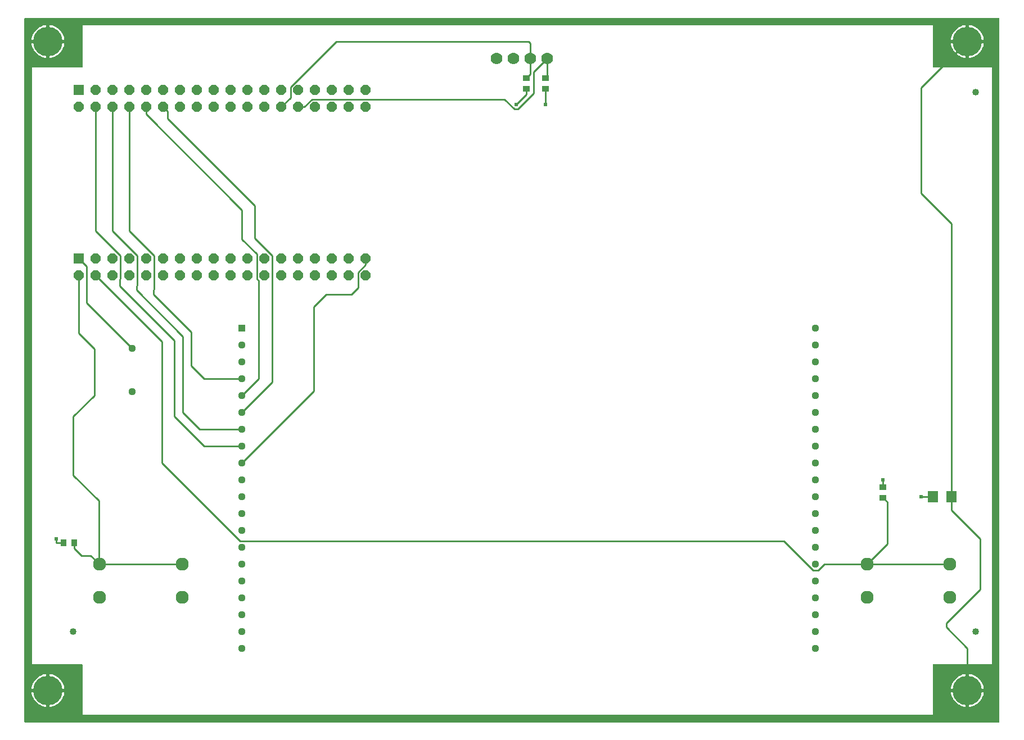
<source format=gbr>
G04 EAGLE Gerber RS-274X export*
G75*
%MOMM*%
%FSLAX34Y34*%
%LPD*%
%INTop Copper*%
%IPPOS*%
%AMOC8*
5,1,8,0,0,1.08239X$1,22.5*%
G01*
%ADD10C,1.778000*%
%ADD11C,1.120000*%
%ADD12C,1.016000*%
%ADD13C,4.445000*%
%ADD14R,1.524000X1.524000*%
%ADD15P,1.649562X8X22.500000*%
%ADD16C,1.960000*%
%ADD17R,1.031241X0.949959*%
%ADD18R,0.949959X1.031241*%
%ADD19R,1.120000X1.120000*%
%ADD20R,1.600000X1.803000*%
%ADD21C,0.254000*%
%ADD22C,0.609600*%

G36*
X1470644Y1063108D02*
X1470644Y1063108D01*
X1470637Y1063227D01*
X1470624Y1063265D01*
X1470619Y1063306D01*
X1470576Y1063416D01*
X1470539Y1063529D01*
X1470517Y1063564D01*
X1470502Y1063601D01*
X1470433Y1063697D01*
X1470369Y1063798D01*
X1470339Y1063826D01*
X1470316Y1063859D01*
X1470224Y1063935D01*
X1470137Y1064016D01*
X1470102Y1064036D01*
X1470071Y1064061D01*
X1469963Y1064112D01*
X1469859Y1064170D01*
X1469819Y1064180D01*
X1469783Y1064197D01*
X1469666Y1064219D01*
X1469551Y1064249D01*
X1469491Y1064253D01*
X1469471Y1064257D01*
X1469450Y1064255D01*
X1469390Y1064259D01*
X3810Y1064259D01*
X3692Y1064244D01*
X3573Y1064237D01*
X3535Y1064224D01*
X3494Y1064219D01*
X3384Y1064176D01*
X3271Y1064139D01*
X3236Y1064117D01*
X3199Y1064102D01*
X3103Y1064033D01*
X3002Y1063969D01*
X2974Y1063939D01*
X2941Y1063916D01*
X2865Y1063824D01*
X2784Y1063737D01*
X2764Y1063702D01*
X2739Y1063671D01*
X2688Y1063563D01*
X2630Y1063459D01*
X2620Y1063419D01*
X2603Y1063383D01*
X2581Y1063266D01*
X2551Y1063151D01*
X2547Y1063091D01*
X2543Y1063071D01*
X2545Y1063050D01*
X2541Y1062990D01*
X2541Y3810D01*
X2556Y3692D01*
X2563Y3573D01*
X2576Y3535D01*
X2581Y3494D01*
X2624Y3384D01*
X2661Y3271D01*
X2683Y3236D01*
X2698Y3199D01*
X2767Y3103D01*
X2831Y3002D01*
X2861Y2974D01*
X2884Y2941D01*
X2976Y2865D01*
X3063Y2784D01*
X3098Y2764D01*
X3129Y2739D01*
X3237Y2688D01*
X3341Y2630D01*
X3381Y2620D01*
X3417Y2603D01*
X3534Y2581D01*
X3649Y2551D01*
X3709Y2547D01*
X3729Y2543D01*
X3750Y2545D01*
X3810Y2541D01*
X1469390Y2541D01*
X1469508Y2556D01*
X1469627Y2563D01*
X1469665Y2576D01*
X1469706Y2581D01*
X1469816Y2624D01*
X1469929Y2661D01*
X1469964Y2683D01*
X1470001Y2698D01*
X1470097Y2767D01*
X1470198Y2831D01*
X1470226Y2861D01*
X1470259Y2884D01*
X1470335Y2976D01*
X1470416Y3063D01*
X1470436Y3098D01*
X1470461Y3129D01*
X1470512Y3237D01*
X1470570Y3341D01*
X1470580Y3381D01*
X1470597Y3417D01*
X1470619Y3534D01*
X1470649Y3649D01*
X1470653Y3709D01*
X1470657Y3729D01*
X1470655Y3750D01*
X1470659Y3810D01*
X1470659Y1062990D01*
X1470644Y1063108D01*
G37*
%LPC*%
G36*
X88900Y989331D02*
X88900Y989331D01*
X89018Y989346D01*
X89137Y989353D01*
X89175Y989366D01*
X89216Y989371D01*
X89326Y989414D01*
X89439Y989451D01*
X89474Y989473D01*
X89511Y989488D01*
X89607Y989558D01*
X89708Y989621D01*
X89736Y989651D01*
X89769Y989674D01*
X89845Y989766D01*
X89926Y989853D01*
X89946Y989888D01*
X89971Y989919D01*
X90022Y990027D01*
X90080Y990131D01*
X90090Y990171D01*
X90107Y990207D01*
X90129Y990324D01*
X90159Y990439D01*
X90163Y990500D01*
X90167Y990520D01*
X90165Y990540D01*
X90169Y990600D01*
X90169Y1052831D01*
X1370331Y1052831D01*
X1370331Y990600D01*
X1370346Y990482D01*
X1370353Y990363D01*
X1370366Y990325D01*
X1370371Y990284D01*
X1370414Y990174D01*
X1370451Y990061D01*
X1370473Y990026D01*
X1370488Y989989D01*
X1370558Y989893D01*
X1370621Y989792D01*
X1370651Y989764D01*
X1370674Y989731D01*
X1370766Y989656D01*
X1370853Y989574D01*
X1370888Y989554D01*
X1370919Y989529D01*
X1371027Y989478D01*
X1371131Y989420D01*
X1371171Y989410D01*
X1371207Y989393D01*
X1371324Y989371D01*
X1371439Y989341D01*
X1371500Y989337D01*
X1371520Y989333D01*
X1371540Y989335D01*
X1371600Y989331D01*
X1459231Y989331D01*
X1459231Y90169D01*
X1371600Y90169D01*
X1371482Y90154D01*
X1371363Y90147D01*
X1371325Y90134D01*
X1371284Y90129D01*
X1371174Y90086D01*
X1371061Y90049D01*
X1371026Y90027D01*
X1370989Y90012D01*
X1370893Y89943D01*
X1370792Y89879D01*
X1370764Y89849D01*
X1370731Y89826D01*
X1370656Y89734D01*
X1370574Y89647D01*
X1370554Y89612D01*
X1370529Y89581D01*
X1370478Y89473D01*
X1370420Y89369D01*
X1370410Y89329D01*
X1370393Y89293D01*
X1370371Y89176D01*
X1370341Y89061D01*
X1370337Y89001D01*
X1370333Y88981D01*
X1370335Y88960D01*
X1370331Y88900D01*
X1370331Y13969D01*
X90169Y13969D01*
X90169Y88900D01*
X90154Y89018D01*
X90147Y89137D01*
X90134Y89175D01*
X90129Y89216D01*
X90086Y89326D01*
X90049Y89439D01*
X90027Y89474D01*
X90012Y89511D01*
X89943Y89607D01*
X89879Y89708D01*
X89849Y89736D01*
X89826Y89769D01*
X89734Y89845D01*
X89647Y89926D01*
X89612Y89946D01*
X89581Y89971D01*
X89473Y90022D01*
X89369Y90080D01*
X89329Y90090D01*
X89293Y90107D01*
X89176Y90129D01*
X89061Y90159D01*
X89001Y90163D01*
X88981Y90167D01*
X88960Y90165D01*
X88900Y90169D01*
X13969Y90169D01*
X13969Y989331D01*
X88900Y989331D01*
G37*
%LPD*%
%LPC*%
G36*
X40639Y1031239D02*
X40639Y1031239D01*
X40639Y1053336D01*
X42255Y1053154D01*
X44967Y1052535D01*
X47592Y1051617D01*
X50099Y1050410D01*
X52454Y1048930D01*
X54629Y1047195D01*
X56595Y1045229D01*
X58330Y1043054D01*
X59810Y1040699D01*
X61017Y1038192D01*
X61935Y1035567D01*
X62554Y1032855D01*
X62736Y1031239D01*
X40639Y1031239D01*
G37*
%LPD*%
%LPC*%
G36*
X1424939Y1031239D02*
X1424939Y1031239D01*
X1424939Y1053336D01*
X1426555Y1053154D01*
X1429267Y1052535D01*
X1431892Y1051617D01*
X1434399Y1050410D01*
X1436754Y1048930D01*
X1438929Y1047195D01*
X1440895Y1045229D01*
X1442630Y1043054D01*
X1444110Y1040699D01*
X1445317Y1038192D01*
X1446235Y1035567D01*
X1446854Y1032855D01*
X1447036Y1031239D01*
X1424939Y1031239D01*
G37*
%LPD*%
%LPC*%
G36*
X40639Y53339D02*
X40639Y53339D01*
X40639Y75436D01*
X42255Y75254D01*
X44967Y74635D01*
X47592Y73717D01*
X50099Y72510D01*
X52454Y71030D01*
X54629Y69295D01*
X56595Y67329D01*
X58330Y65154D01*
X59810Y62799D01*
X61017Y60292D01*
X61935Y57667D01*
X62554Y54955D01*
X62736Y53339D01*
X40639Y53339D01*
G37*
%LPD*%
%LPC*%
G36*
X1424939Y53339D02*
X1424939Y53339D01*
X1424939Y75436D01*
X1426555Y75254D01*
X1429267Y74635D01*
X1431892Y73717D01*
X1434399Y72510D01*
X1436754Y71030D01*
X1438929Y69295D01*
X1440895Y67329D01*
X1442630Y65154D01*
X1444110Y62799D01*
X1445317Y60292D01*
X1446235Y57667D01*
X1446854Y54955D01*
X1447036Y53339D01*
X1424939Y53339D01*
G37*
%LPD*%
%LPC*%
G36*
X13464Y1031239D02*
X13464Y1031239D01*
X13646Y1032855D01*
X14265Y1035567D01*
X15183Y1038192D01*
X16390Y1040699D01*
X17870Y1043054D01*
X19605Y1045229D01*
X21571Y1047195D01*
X23746Y1048930D01*
X26101Y1050410D01*
X28608Y1051617D01*
X31233Y1052535D01*
X33945Y1053154D01*
X35561Y1053336D01*
X35561Y1031239D01*
X13464Y1031239D01*
G37*
%LPD*%
%LPC*%
G36*
X1397764Y1031239D02*
X1397764Y1031239D01*
X1397946Y1032855D01*
X1398565Y1035567D01*
X1399483Y1038192D01*
X1400690Y1040699D01*
X1402170Y1043054D01*
X1403905Y1045229D01*
X1405871Y1047195D01*
X1408046Y1048930D01*
X1410401Y1050410D01*
X1412908Y1051617D01*
X1415533Y1052535D01*
X1418245Y1053154D01*
X1419861Y1053336D01*
X1419861Y1031239D01*
X1397764Y1031239D01*
G37*
%LPD*%
%LPC*%
G36*
X1424939Y1026161D02*
X1424939Y1026161D01*
X1447036Y1026161D01*
X1446854Y1024545D01*
X1446235Y1021833D01*
X1445317Y1019208D01*
X1444110Y1016701D01*
X1442630Y1014346D01*
X1440895Y1012171D01*
X1438929Y1010205D01*
X1436754Y1008470D01*
X1434399Y1006990D01*
X1431892Y1005783D01*
X1429267Y1004865D01*
X1426555Y1004246D01*
X1424939Y1004064D01*
X1424939Y1026161D01*
G37*
%LPD*%
%LPC*%
G36*
X40639Y1026161D02*
X40639Y1026161D01*
X62736Y1026161D01*
X62554Y1024545D01*
X61935Y1021833D01*
X61017Y1019208D01*
X59810Y1016701D01*
X58330Y1014346D01*
X56595Y1012171D01*
X54629Y1010205D01*
X52454Y1008470D01*
X50099Y1006990D01*
X47592Y1005783D01*
X44967Y1004865D01*
X42255Y1004246D01*
X40639Y1004064D01*
X40639Y1026161D01*
G37*
%LPD*%
%LPC*%
G36*
X13464Y53339D02*
X13464Y53339D01*
X13646Y54955D01*
X14265Y57667D01*
X15183Y60292D01*
X16390Y62799D01*
X17870Y65154D01*
X19605Y67329D01*
X21571Y69295D01*
X23746Y71030D01*
X26101Y72510D01*
X28608Y73717D01*
X31233Y74635D01*
X33945Y75254D01*
X35561Y75436D01*
X35561Y53339D01*
X13464Y53339D01*
G37*
%LPD*%
%LPC*%
G36*
X1397764Y53339D02*
X1397764Y53339D01*
X1397946Y54955D01*
X1398565Y57667D01*
X1399483Y60292D01*
X1400690Y62799D01*
X1402170Y65154D01*
X1403905Y67329D01*
X1405871Y69295D01*
X1408046Y71030D01*
X1410401Y72510D01*
X1412908Y73717D01*
X1415533Y74635D01*
X1418245Y75254D01*
X1419861Y75436D01*
X1419861Y53339D01*
X1397764Y53339D01*
G37*
%LPD*%
%LPC*%
G36*
X1424939Y48261D02*
X1424939Y48261D01*
X1447036Y48261D01*
X1446854Y46645D01*
X1446235Y43933D01*
X1445317Y41308D01*
X1444110Y38801D01*
X1442630Y36446D01*
X1440895Y34271D01*
X1438929Y32305D01*
X1436754Y30570D01*
X1434399Y29090D01*
X1431892Y27883D01*
X1429267Y26965D01*
X1426555Y26346D01*
X1424939Y26164D01*
X1424939Y48261D01*
G37*
%LPD*%
%LPC*%
G36*
X40639Y48261D02*
X40639Y48261D01*
X62736Y48261D01*
X62554Y46645D01*
X61935Y43933D01*
X61017Y41308D01*
X59810Y38801D01*
X58330Y36446D01*
X56595Y34271D01*
X54629Y32305D01*
X52454Y30570D01*
X50099Y29090D01*
X47592Y27883D01*
X44967Y26965D01*
X42255Y26346D01*
X40639Y26164D01*
X40639Y48261D01*
G37*
%LPD*%
%LPC*%
G36*
X1418245Y1004246D02*
X1418245Y1004246D01*
X1415533Y1004865D01*
X1412908Y1005783D01*
X1410401Y1006990D01*
X1408046Y1008470D01*
X1405871Y1010205D01*
X1403905Y1012171D01*
X1402170Y1014346D01*
X1400690Y1016701D01*
X1399483Y1019208D01*
X1398565Y1021833D01*
X1397946Y1024545D01*
X1397764Y1026161D01*
X1419861Y1026161D01*
X1419861Y1004064D01*
X1418245Y1004246D01*
G37*
%LPD*%
%LPC*%
G36*
X33945Y1004246D02*
X33945Y1004246D01*
X31233Y1004865D01*
X28608Y1005783D01*
X26101Y1006990D01*
X23746Y1008470D01*
X21571Y1010205D01*
X19605Y1012171D01*
X17870Y1014346D01*
X16390Y1016701D01*
X15183Y1019208D01*
X14265Y1021833D01*
X13646Y1024545D01*
X13464Y1026161D01*
X35561Y1026161D01*
X35561Y1004064D01*
X33945Y1004246D01*
G37*
%LPD*%
%LPC*%
G36*
X1418245Y26346D02*
X1418245Y26346D01*
X1415533Y26965D01*
X1412908Y27883D01*
X1410401Y29090D01*
X1408046Y30570D01*
X1405871Y32305D01*
X1403905Y34271D01*
X1402170Y36446D01*
X1400690Y38801D01*
X1399483Y41308D01*
X1398565Y43933D01*
X1397946Y46645D01*
X1397764Y48261D01*
X1419861Y48261D01*
X1419861Y26164D01*
X1418245Y26346D01*
G37*
%LPD*%
%LPC*%
G36*
X33945Y26346D02*
X33945Y26346D01*
X31233Y26965D01*
X28608Y27883D01*
X26101Y29090D01*
X23746Y30570D01*
X21571Y32305D01*
X19605Y34271D01*
X17870Y36446D01*
X16390Y38801D01*
X15183Y41308D01*
X14265Y43933D01*
X13646Y46645D01*
X13464Y48261D01*
X35561Y48261D01*
X35561Y26164D01*
X33945Y26346D01*
G37*
%LPD*%
%LPC*%
G36*
X1422399Y1028699D02*
X1422399Y1028699D01*
X1422399Y1028701D01*
X1422401Y1028701D01*
X1422401Y1028699D01*
X1422399Y1028699D01*
G37*
%LPD*%
%LPC*%
G36*
X38099Y1028699D02*
X38099Y1028699D01*
X38099Y1028701D01*
X38101Y1028701D01*
X38101Y1028699D01*
X38099Y1028699D01*
G37*
%LPD*%
%LPC*%
G36*
X1422399Y50799D02*
X1422399Y50799D01*
X1422399Y50801D01*
X1422401Y50801D01*
X1422401Y50799D01*
X1422399Y50799D01*
G37*
%LPD*%
%LPC*%
G36*
X38099Y50799D02*
X38099Y50799D01*
X38099Y50801D01*
X38101Y50801D01*
X38101Y50799D01*
X38099Y50799D01*
G37*
%LPD*%
D10*
X789940Y1003300D03*
X764540Y1003300D03*
X739140Y1003300D03*
X713740Y1003300D03*
D11*
X165100Y500900D03*
X165100Y565900D03*
D12*
X76200Y139700D03*
X1435100Y139700D03*
X1435100Y952500D03*
D13*
X38100Y50800D03*
X38100Y1028700D03*
X1422400Y1028700D03*
X1422400Y50800D03*
D14*
X84500Y955300D03*
D15*
X84500Y929900D03*
X109900Y955300D03*
X109900Y929900D03*
X135300Y955300D03*
X135300Y929900D03*
X160700Y955300D03*
X160700Y929900D03*
X186100Y955300D03*
X186100Y929900D03*
X211500Y955300D03*
X211500Y929900D03*
X236900Y955300D03*
X236900Y929900D03*
X262300Y955300D03*
X262300Y929900D03*
X287700Y955300D03*
X287700Y929900D03*
X313100Y955300D03*
X313100Y929900D03*
X338500Y955300D03*
X338500Y929900D03*
X363900Y955300D03*
X363900Y929900D03*
X389300Y955300D03*
X389300Y929900D03*
X414700Y955300D03*
X414700Y929900D03*
X440100Y955300D03*
X440100Y929900D03*
X465500Y955300D03*
X465500Y929900D03*
X490900Y955300D03*
X490900Y929900D03*
X516300Y955300D03*
X516300Y929900D03*
D14*
X84500Y701300D03*
D15*
X84500Y675900D03*
X109900Y701300D03*
X109900Y675900D03*
X135300Y701300D03*
X135300Y675900D03*
X160700Y701300D03*
X160700Y675900D03*
X186100Y701300D03*
X186100Y675900D03*
X211500Y701300D03*
X211500Y675900D03*
X236900Y701300D03*
X236900Y675900D03*
X262300Y701300D03*
X262300Y675900D03*
X287700Y701300D03*
X287700Y675900D03*
X313100Y701300D03*
X313100Y675900D03*
X338500Y701300D03*
X338500Y675900D03*
X363900Y701300D03*
X363900Y675900D03*
X389300Y701300D03*
X389300Y675900D03*
X414700Y701300D03*
X414700Y675900D03*
X440100Y701300D03*
X440100Y675900D03*
X465500Y701300D03*
X465500Y675900D03*
X490900Y701300D03*
X490900Y675900D03*
X516300Y701300D03*
X516300Y675900D03*
D16*
X240300Y240900D03*
X240300Y190900D03*
X115300Y190900D03*
X115300Y240900D03*
X1396000Y240900D03*
X1396000Y190900D03*
X1271000Y190900D03*
X1271000Y240900D03*
D17*
X787400Y973201D03*
X787400Y957199D03*
X758190Y973201D03*
X758190Y957199D03*
D18*
X77851Y273050D03*
X61849Y273050D03*
D17*
X1295400Y341249D03*
X1295400Y357251D03*
D19*
X330200Y596900D03*
D11*
X330200Y571500D03*
X330200Y546100D03*
X330200Y520700D03*
X330200Y495300D03*
X330200Y469900D03*
X330200Y444500D03*
X330200Y419100D03*
X330200Y393700D03*
X330200Y368300D03*
X330200Y342900D03*
X330200Y317500D03*
X330200Y292100D03*
X330200Y266700D03*
X330200Y241300D03*
X330200Y215900D03*
X330200Y190500D03*
X330200Y165100D03*
X330200Y139700D03*
X330200Y114300D03*
X1193800Y596900D03*
X1193800Y571500D03*
X1193800Y546100D03*
X1193800Y520700D03*
X1193800Y495300D03*
X1193800Y469900D03*
X1193800Y444500D03*
X1193800Y419100D03*
X1193800Y393700D03*
X1193800Y368300D03*
X1193800Y342900D03*
X1193800Y317500D03*
X1193800Y292100D03*
X1193800Y266700D03*
X1193800Y241300D03*
X1193800Y215900D03*
X1193800Y190500D03*
X1193800Y165100D03*
X1193800Y139700D03*
X1193800Y114300D03*
D20*
X1370080Y342900D03*
X1398520Y342900D03*
D21*
X1370080Y342900D02*
X1352550Y342900D01*
D22*
X1352550Y342900D03*
D21*
X1295400Y357251D02*
X1295400Y368300D01*
D22*
X1295400Y368300D03*
D21*
X61849Y273050D02*
X50800Y273050D01*
X50800Y279400D01*
D22*
X50800Y279400D03*
D21*
X758190Y948690D02*
X758190Y957199D01*
X758190Y948690D02*
X742950Y933450D01*
D22*
X742950Y933450D03*
D21*
X787400Y933450D02*
X787400Y957199D01*
D22*
X787400Y933450D03*
D21*
X789940Y975741D02*
X789940Y1003300D01*
X789940Y975741D02*
X787400Y973201D01*
X745791Y926592D02*
X740109Y926592D01*
X769620Y982980D02*
X789940Y1003300D01*
X423936Y929900D02*
X414700Y929900D01*
X423936Y929900D02*
X435366Y941330D01*
X725371Y941330D01*
X740109Y926592D01*
X745791Y926592D02*
X769620Y950421D01*
X769620Y982980D01*
X764540Y979551D02*
X764540Y1003300D01*
X764540Y979551D02*
X758190Y973201D01*
X403270Y943870D02*
X389300Y929900D01*
X403270Y943870D02*
X403270Y960035D01*
X471936Y1028700D01*
X762000Y1028700D01*
X764540Y1026160D01*
X764540Y1003300D01*
X95930Y689870D02*
X84500Y701300D01*
X95930Y635070D02*
X165100Y565900D01*
X95930Y635070D02*
X95930Y689870D01*
X114600Y241600D02*
X115300Y240900D01*
X114600Y241600D02*
X102200Y254000D01*
X88900Y254000D01*
X77851Y265049D01*
X77851Y273050D01*
X84500Y588600D02*
X84500Y675900D01*
X84500Y588600D02*
X107950Y565150D01*
X107950Y495300D01*
X114600Y336250D02*
X114600Y241600D01*
X76200Y463550D02*
X107950Y495300D01*
X76200Y463550D02*
X76200Y374650D01*
X114600Y336250D01*
X115300Y240900D02*
X240300Y240900D01*
X1271000Y240900D02*
X1396000Y240900D01*
X1301750Y271650D02*
X1271000Y240900D01*
X1301750Y334899D02*
X1295400Y341249D01*
X1301750Y334899D02*
X1301750Y271650D01*
X209550Y576250D02*
X109900Y675900D01*
X209550Y576250D02*
X209550Y393700D01*
X327140Y276110D01*
X1189902Y231890D02*
X1197698Y231890D01*
X1206708Y240900D02*
X1271000Y240900D01*
X1206708Y240900D02*
X1197698Y231890D01*
X1145682Y276110D02*
X327140Y276110D01*
X1145682Y276110D02*
X1189902Y231890D01*
X160700Y742865D02*
X160700Y929900D01*
X160700Y742865D02*
X197530Y706035D01*
X197530Y654730D02*
X196850Y654050D01*
X196850Y647700D01*
X254000Y590550D01*
X254000Y539750D01*
X273050Y520700D01*
X330200Y520700D01*
X197530Y654730D02*
X197530Y706035D01*
X355600Y520700D02*
X330200Y495300D01*
X355600Y668036D02*
X352470Y671166D01*
X352470Y707980D01*
X330200Y730250D02*
X330200Y774700D01*
X186100Y918800D02*
X186100Y929900D01*
X355600Y668036D02*
X355600Y520700D01*
X352470Y707980D02*
X330200Y730250D01*
X330200Y774700D02*
X186100Y918800D01*
X349250Y732115D02*
X375330Y706035D01*
X375330Y515030D02*
X330200Y469900D01*
X375330Y515030D02*
X375330Y706035D01*
X217850Y923550D02*
X211500Y929900D01*
X217850Y923550D02*
X217850Y912450D01*
X349250Y781050D02*
X349250Y732115D01*
X349250Y781050D02*
X217850Y912450D01*
X135300Y929900D02*
X135300Y742865D01*
X172130Y706035D01*
X172130Y661080D02*
X171450Y660400D01*
X171450Y654050D01*
X241300Y584200D02*
X241300Y469900D01*
X266700Y444500D01*
X330200Y444500D01*
X172130Y661080D02*
X172130Y706035D01*
X171450Y654050D02*
X241300Y584200D01*
X109900Y742865D02*
X109900Y929900D01*
X146730Y671166D02*
X146050Y670486D01*
X146050Y660400D01*
X146730Y671166D02*
X146730Y706035D01*
X228600Y577850D02*
X228600Y463550D01*
X273050Y419100D01*
X330200Y419100D01*
X146730Y706035D02*
X109900Y742865D01*
X146050Y660400D02*
X228600Y577850D01*
X330200Y393700D02*
X438150Y501650D01*
X438150Y628650D01*
X457200Y647700D01*
X495300Y647700D01*
X504870Y657270D01*
X516300Y692065D02*
X516300Y701300D01*
X504870Y680635D02*
X504870Y657270D01*
X504870Y680635D02*
X516300Y692065D01*
X1422400Y114300D02*
X1422400Y50800D01*
X1422400Y114300D02*
X1390650Y146050D01*
X1390650Y152400D01*
X1441450Y203200D01*
X1441450Y279400D01*
X1398520Y322330D02*
X1398520Y342900D01*
X1398520Y322330D02*
X1441450Y279400D01*
X1398520Y342900D02*
X1398520Y754130D01*
X1352550Y800100D01*
X1352550Y958850D01*
X1422400Y1028700D01*
M02*

</source>
